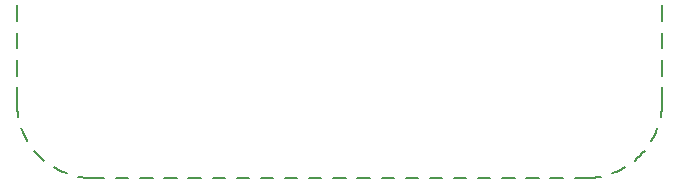
<source format=gbo>
G75*
G70*
%OFA0B0*%
%FSLAX24Y24*%
%IPPOS*%
%LPD*%
%AMOC8*
5,1,8,0,0,1.08239X$1,22.5*
%
%ADD10C,0.0050*%
D10*
X031406Y017190D02*
X031406Y017707D01*
X031406Y018101D02*
X031406Y018618D01*
X031406Y019012D02*
X031406Y019529D01*
X031406Y019923D02*
X031406Y020440D01*
X031554Y016343D02*
X031596Y016233D01*
X031644Y016126D01*
X031696Y016021D01*
X031754Y015918D01*
X033906Y014690D02*
X034317Y014690D01*
X034710Y014690D02*
X035121Y014690D01*
X035515Y014690D02*
X035926Y014690D01*
X036319Y014690D02*
X036730Y014690D01*
X037124Y014690D02*
X037535Y014690D01*
X037928Y014690D02*
X038339Y014690D01*
X038733Y014690D02*
X039144Y014690D01*
X039537Y014690D02*
X039948Y014690D01*
X040342Y014690D02*
X040752Y014690D01*
X041146Y014690D02*
X041557Y014690D01*
X041951Y014690D02*
X042361Y014690D01*
X042755Y014690D02*
X043166Y014690D01*
X043560Y014690D02*
X043970Y014690D01*
X044364Y014690D02*
X044775Y014690D01*
X045168Y014690D02*
X045579Y014690D01*
X045973Y014690D02*
X046384Y014690D01*
X046777Y014690D02*
X047188Y014690D01*
X047582Y014690D02*
X047993Y014690D01*
X048386Y014690D02*
X048797Y014690D01*
X049191Y014690D02*
X049602Y014690D01*
X049995Y014690D02*
X050406Y014690D01*
X052862Y016722D02*
X052881Y016838D01*
X052895Y016955D01*
X052903Y017072D01*
X052906Y017190D01*
X052906Y017707D01*
X052906Y018101D02*
X052906Y018618D01*
X052906Y019012D02*
X052906Y019529D01*
X052906Y019923D02*
X052906Y020440D01*
X052758Y016343D02*
X052716Y016233D01*
X052668Y016126D01*
X052616Y016021D01*
X052558Y015918D01*
X050874Y014734D02*
X050758Y014715D01*
X050641Y014701D01*
X050524Y014693D01*
X050406Y014690D01*
X051253Y014838D02*
X051363Y014880D01*
X051470Y014928D01*
X051575Y014980D01*
X051678Y015038D01*
X052000Y015264D02*
X052089Y015341D01*
X052174Y015422D01*
X052255Y015507D01*
X052332Y015596D01*
X033059Y014838D02*
X032949Y014880D01*
X032842Y014928D01*
X032737Y014980D01*
X032634Y015038D01*
X031450Y016722D02*
X031431Y016838D01*
X031417Y016955D01*
X031409Y017072D01*
X031406Y017190D01*
X033438Y014734D02*
X033554Y014715D01*
X033671Y014701D01*
X033788Y014693D01*
X033906Y014690D01*
X032312Y015264D02*
X032223Y015341D01*
X032138Y015422D01*
X032057Y015507D01*
X031980Y015596D01*
M02*

</source>
